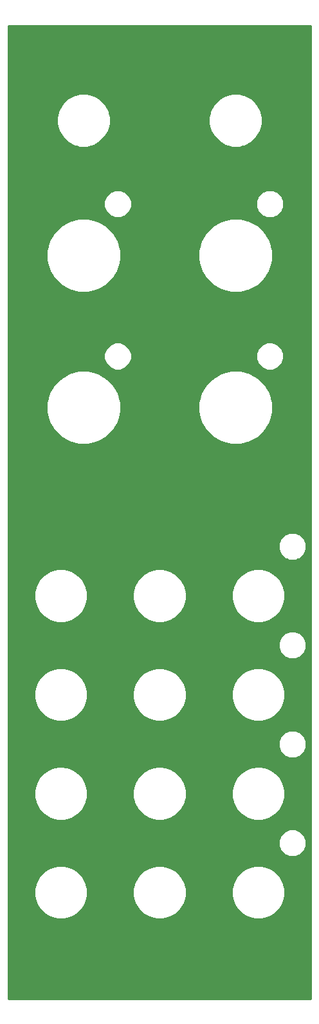
<source format=gbl>
G75*
%MOIN*%
%OFA0B0*%
%FSLAX24Y24*%
%IPPOS*%
%LPD*%
%AMOC8*
5,1,8,0,0,1.08239X$1,22.5*
%
%ADD10C,0.0100*%
%ADD11C,0.1660*%
D10*
X000260Y000260D02*
X015906Y000260D01*
X015906Y050631D01*
X000260Y050631D01*
X000260Y000260D01*
X000260Y000344D02*
X015906Y000344D01*
X015906Y000443D02*
X000260Y000443D01*
X000260Y000541D02*
X015906Y000541D01*
X015906Y000640D02*
X000260Y000640D01*
X000260Y000738D02*
X015906Y000738D01*
X015906Y000837D02*
X000260Y000837D01*
X000260Y000935D02*
X015906Y000935D01*
X015906Y001034D02*
X000260Y001034D01*
X000260Y001132D02*
X015906Y001132D01*
X015906Y001231D02*
X000260Y001231D01*
X000260Y001329D02*
X015906Y001329D01*
X015906Y001428D02*
X000260Y001428D01*
X000260Y001526D02*
X015906Y001526D01*
X015906Y001625D02*
X000260Y001625D01*
X000260Y001723D02*
X015906Y001723D01*
X015906Y001822D02*
X000260Y001822D01*
X000260Y001920D02*
X015906Y001920D01*
X015906Y002019D02*
X000260Y002019D01*
X000260Y002117D02*
X015906Y002117D01*
X015906Y002216D02*
X000260Y002216D01*
X000260Y002314D02*
X015906Y002314D01*
X015906Y002413D02*
X000260Y002413D01*
X000260Y002511D02*
X015906Y002511D01*
X015906Y002610D02*
X000260Y002610D01*
X000260Y002708D02*
X015906Y002708D01*
X015906Y002807D02*
X000260Y002807D01*
X000260Y002905D02*
X015906Y002905D01*
X015906Y003004D02*
X000260Y003004D01*
X000260Y003102D02*
X015906Y003102D01*
X015906Y003201D02*
X000260Y003201D01*
X000260Y003299D02*
X015906Y003299D01*
X015906Y003398D02*
X000260Y003398D01*
X000260Y003496D02*
X015906Y003496D01*
X015906Y003595D02*
X000260Y003595D01*
X000260Y003693D02*
X015906Y003693D01*
X015906Y003792D02*
X000260Y003792D01*
X000260Y003890D02*
X015906Y003890D01*
X015906Y003989D02*
X000260Y003989D01*
X000260Y004087D02*
X015906Y004087D01*
X015906Y004186D02*
X000260Y004186D01*
X000260Y004284D02*
X015906Y004284D01*
X015906Y004383D02*
X013430Y004383D01*
X013384Y004371D02*
X013738Y004465D01*
X014054Y004648D01*
X014313Y004907D01*
X014496Y005224D01*
X014591Y005577D01*
X014591Y005943D01*
X014496Y006297D01*
X014313Y006613D01*
X014054Y006872D01*
X013738Y007055D01*
X013384Y007150D01*
X013018Y007150D01*
X012665Y007055D01*
X012348Y006872D01*
X012089Y006613D01*
X011906Y006297D01*
X011812Y005943D01*
X011812Y005577D01*
X011906Y005224D01*
X012089Y004907D01*
X012348Y004648D01*
X012665Y004465D01*
X013018Y004371D01*
X013384Y004371D01*
X012973Y004383D02*
X008311Y004383D01*
X008266Y004371D02*
X008619Y004465D01*
X008936Y004648D01*
X009195Y004907D01*
X009378Y005224D01*
X009473Y005577D01*
X009473Y005943D01*
X009378Y006297D01*
X009195Y006613D01*
X008936Y006872D01*
X008619Y007055D01*
X008266Y007150D01*
X007900Y007150D01*
X007547Y007055D01*
X007230Y006872D01*
X006971Y006613D01*
X006788Y006297D01*
X006694Y005943D01*
X006694Y005577D01*
X006788Y005224D01*
X006971Y004907D01*
X007230Y004648D01*
X007547Y004465D01*
X007900Y004371D01*
X008266Y004371D01*
X008647Y004481D02*
X012637Y004481D01*
X012467Y004580D02*
X008818Y004580D01*
X008966Y004678D02*
X012318Y004678D01*
X012219Y004777D02*
X009065Y004777D01*
X009163Y004875D02*
X012121Y004875D01*
X012051Y004974D02*
X009234Y004974D01*
X009290Y005072D02*
X011994Y005072D01*
X011937Y005171D02*
X009347Y005171D01*
X009390Y005269D02*
X011894Y005269D01*
X011868Y005368D02*
X009416Y005368D01*
X009443Y005466D02*
X011841Y005466D01*
X011815Y005565D02*
X009469Y005565D01*
X009473Y005663D02*
X011812Y005663D01*
X011812Y005762D02*
X009473Y005762D01*
X009473Y005860D02*
X011812Y005860D01*
X011816Y005959D02*
X009468Y005959D01*
X009442Y006057D02*
X011842Y006057D01*
X011869Y006156D02*
X009416Y006156D01*
X009389Y006254D02*
X011895Y006254D01*
X011939Y006353D02*
X009345Y006353D01*
X009289Y006451D02*
X011996Y006451D01*
X012053Y006550D02*
X009232Y006550D01*
X009160Y006648D02*
X012124Y006648D01*
X012223Y006747D02*
X009062Y006747D01*
X008963Y006845D02*
X012321Y006845D01*
X012472Y006944D02*
X008812Y006944D01*
X008641Y007042D02*
X012643Y007042D01*
X012985Y007141D02*
X008299Y007141D01*
X007867Y007141D02*
X003181Y007141D01*
X003148Y007150D02*
X002782Y007150D01*
X002429Y007055D01*
X002112Y006872D01*
X001853Y006613D01*
X001670Y006297D01*
X001575Y005943D01*
X001575Y005577D01*
X001670Y005224D01*
X001853Y004907D01*
X002112Y004648D01*
X002429Y004465D01*
X002782Y004371D01*
X003148Y004371D01*
X003501Y004465D01*
X003818Y004648D01*
X004077Y004907D01*
X004260Y005224D01*
X004354Y005577D01*
X004354Y005943D01*
X004260Y006297D01*
X004077Y006613D01*
X003818Y006872D01*
X003501Y007055D01*
X003148Y007150D01*
X003523Y007042D02*
X007525Y007042D01*
X007354Y006944D02*
X003694Y006944D01*
X003845Y006845D02*
X007203Y006845D01*
X007105Y006747D02*
X003943Y006747D01*
X004042Y006648D02*
X007006Y006648D01*
X006934Y006550D02*
X004114Y006550D01*
X004170Y006451D02*
X006878Y006451D01*
X006821Y006353D02*
X004227Y006353D01*
X004271Y006254D02*
X006777Y006254D01*
X006751Y006156D02*
X004297Y006156D01*
X004324Y006057D02*
X006724Y006057D01*
X006698Y005959D02*
X004350Y005959D01*
X004354Y005860D02*
X006694Y005860D01*
X006694Y005762D02*
X004354Y005762D01*
X004354Y005663D02*
X006694Y005663D01*
X006697Y005565D02*
X004351Y005565D01*
X004325Y005466D02*
X006723Y005466D01*
X006750Y005368D02*
X004298Y005368D01*
X004272Y005269D02*
X006776Y005269D01*
X006819Y005171D02*
X004229Y005171D01*
X004172Y005072D02*
X006876Y005072D01*
X006933Y004974D02*
X004115Y004974D01*
X004045Y004875D02*
X007003Y004875D01*
X007101Y004777D02*
X003947Y004777D01*
X003848Y004678D02*
X007200Y004678D01*
X007348Y004580D02*
X003700Y004580D01*
X003529Y004481D02*
X007519Y004481D01*
X007855Y004383D02*
X003193Y004383D01*
X002737Y004383D02*
X000260Y004383D01*
X000260Y004481D02*
X002401Y004481D01*
X002230Y004580D02*
X000260Y004580D01*
X000260Y004678D02*
X002082Y004678D01*
X001983Y004777D02*
X000260Y004777D01*
X000260Y004875D02*
X001885Y004875D01*
X001814Y004974D02*
X000260Y004974D01*
X000260Y005072D02*
X001758Y005072D01*
X001701Y005171D02*
X000260Y005171D01*
X000260Y005269D02*
X001658Y005269D01*
X001632Y005368D02*
X000260Y005368D01*
X000260Y005466D02*
X001605Y005466D01*
X001579Y005565D02*
X000260Y005565D01*
X000260Y005663D02*
X001575Y005663D01*
X001575Y005762D02*
X000260Y005762D01*
X000260Y005860D02*
X001575Y005860D01*
X001580Y005959D02*
X000260Y005959D01*
X000260Y006057D02*
X001606Y006057D01*
X001632Y006156D02*
X000260Y006156D01*
X000260Y006254D02*
X001659Y006254D01*
X001703Y006353D02*
X000260Y006353D01*
X000260Y006451D02*
X001760Y006451D01*
X001816Y006550D02*
X000260Y006550D01*
X000260Y006648D02*
X001888Y006648D01*
X001987Y006747D02*
X000260Y006747D01*
X000260Y006845D02*
X002085Y006845D01*
X002236Y006944D02*
X000260Y006944D01*
X000260Y007042D02*
X002407Y007042D01*
X002749Y007141D02*
X000260Y007141D01*
X000260Y007239D02*
X015906Y007239D01*
X015906Y007141D02*
X013417Y007141D01*
X013759Y007042D02*
X015906Y007042D01*
X015906Y006944D02*
X013930Y006944D01*
X014081Y006845D02*
X015906Y006845D01*
X015906Y006747D02*
X014180Y006747D01*
X014278Y006648D02*
X015906Y006648D01*
X015906Y006550D02*
X014350Y006550D01*
X014407Y006451D02*
X015906Y006451D01*
X015906Y006353D02*
X014464Y006353D01*
X014507Y006254D02*
X015906Y006254D01*
X015906Y006156D02*
X014534Y006156D01*
X014560Y006057D02*
X015906Y006057D01*
X015906Y005959D02*
X014586Y005959D01*
X014591Y005860D02*
X015906Y005860D01*
X015906Y005762D02*
X014591Y005762D01*
X014591Y005663D02*
X015906Y005663D01*
X015906Y005565D02*
X014587Y005565D01*
X014561Y005466D02*
X015906Y005466D01*
X015906Y005368D02*
X014535Y005368D01*
X014508Y005269D02*
X015906Y005269D01*
X015906Y005171D02*
X014465Y005171D01*
X014409Y005072D02*
X015906Y005072D01*
X015906Y004974D02*
X014352Y004974D01*
X014281Y004875D02*
X015906Y004875D01*
X015906Y004777D02*
X014183Y004777D01*
X014084Y004678D02*
X015906Y004678D01*
X015906Y004580D02*
X013936Y004580D01*
X013765Y004481D02*
X015906Y004481D01*
X015906Y007338D02*
X000260Y007338D01*
X000260Y007436D02*
X015906Y007436D01*
X015906Y007535D02*
X000260Y007535D01*
X000260Y007633D02*
X014747Y007633D01*
X014830Y007599D02*
X015116Y007599D01*
X015381Y007709D01*
X015583Y007911D01*
X015693Y008176D01*
X015693Y008463D01*
X015583Y008727D01*
X015381Y008930D01*
X015116Y009040D01*
X014830Y009040D01*
X014565Y008930D01*
X014362Y008727D01*
X014253Y008463D01*
X014253Y008176D01*
X014362Y007911D01*
X014565Y007709D01*
X014830Y007599D01*
X014542Y007732D02*
X000260Y007732D01*
X000260Y007830D02*
X014443Y007830D01*
X014355Y007929D02*
X000260Y007929D01*
X000260Y008027D02*
X014314Y008027D01*
X014273Y008126D02*
X000260Y008126D01*
X000260Y008224D02*
X014253Y008224D01*
X014253Y008323D02*
X000260Y008323D01*
X000260Y008421D02*
X014253Y008421D01*
X014276Y008520D02*
X000260Y008520D01*
X000260Y008618D02*
X014317Y008618D01*
X014358Y008717D02*
X000260Y008717D01*
X000260Y008815D02*
X014450Y008815D01*
X014549Y008914D02*
X000260Y008914D01*
X000260Y009012D02*
X014764Y009012D01*
X015182Y009012D02*
X015906Y009012D01*
X015906Y008914D02*
X015397Y008914D01*
X015495Y008815D02*
X015906Y008815D01*
X015906Y008717D02*
X015588Y008717D01*
X015629Y008618D02*
X015906Y008618D01*
X015906Y008520D02*
X015669Y008520D01*
X015693Y008421D02*
X015906Y008421D01*
X015906Y008323D02*
X015693Y008323D01*
X015693Y008224D02*
X015906Y008224D01*
X015906Y008126D02*
X015672Y008126D01*
X015632Y008027D02*
X015906Y008027D01*
X015906Y007929D02*
X015591Y007929D01*
X015503Y007830D02*
X015906Y007830D01*
X015906Y007732D02*
X015404Y007732D01*
X015199Y007633D02*
X015906Y007633D01*
X015906Y009111D02*
X000260Y009111D01*
X000260Y009209D02*
X015906Y009209D01*
X015906Y009308D02*
X000260Y009308D01*
X000260Y009406D02*
X015906Y009406D01*
X015906Y009505D02*
X013444Y009505D01*
X013384Y009489D02*
X013738Y009584D01*
X014054Y009766D01*
X014313Y010025D01*
X014496Y010342D01*
X014591Y010695D01*
X014591Y011061D01*
X014496Y011415D01*
X014313Y011732D01*
X014054Y011990D01*
X013738Y012173D01*
X013384Y012268D01*
X013018Y012268D01*
X012665Y012173D01*
X012348Y011990D01*
X012089Y011732D01*
X011906Y011415D01*
X011812Y011061D01*
X011812Y010695D01*
X011906Y010342D01*
X012089Y010025D01*
X012348Y009766D01*
X012665Y009584D01*
X013018Y009489D01*
X013384Y009489D01*
X012958Y009505D02*
X008326Y009505D01*
X008266Y009489D02*
X008619Y009584D01*
X008936Y009766D01*
X009195Y010025D01*
X009378Y010342D01*
X009473Y010695D01*
X009473Y011061D01*
X009378Y011415D01*
X009195Y011732D01*
X008936Y011990D01*
X008619Y012173D01*
X008266Y012268D01*
X007900Y012268D01*
X007547Y012173D01*
X007230Y011990D01*
X006971Y011732D01*
X006788Y011415D01*
X006694Y011061D01*
X006694Y010695D01*
X006788Y010342D01*
X006971Y010025D01*
X007230Y009766D01*
X007547Y009584D01*
X007900Y009489D01*
X008266Y009489D01*
X008654Y009603D02*
X012630Y009603D01*
X012460Y009702D02*
X008824Y009702D01*
X008970Y009800D02*
X012314Y009800D01*
X012216Y009899D02*
X009069Y009899D01*
X009167Y009997D02*
X012117Y009997D01*
X012048Y010096D02*
X009236Y010096D01*
X009293Y010194D02*
X011992Y010194D01*
X011935Y010293D02*
X009350Y010293D01*
X009391Y010391D02*
X011893Y010391D01*
X011867Y010490D02*
X009418Y010490D01*
X009444Y010588D02*
X011840Y010588D01*
X011814Y010687D02*
X009470Y010687D01*
X009473Y010785D02*
X011812Y010785D01*
X011812Y010884D02*
X009473Y010884D01*
X009473Y010982D02*
X011812Y010982D01*
X011817Y011081D02*
X009467Y011081D01*
X009441Y011179D02*
X011843Y011179D01*
X011870Y011278D02*
X009415Y011278D01*
X009388Y011376D02*
X011896Y011376D01*
X011941Y011475D02*
X009343Y011475D01*
X009286Y011573D02*
X011998Y011573D01*
X012055Y011672D02*
X009229Y011672D01*
X009156Y011770D02*
X012128Y011770D01*
X012227Y011869D02*
X009058Y011869D01*
X008959Y011967D02*
X012325Y011967D01*
X012479Y012066D02*
X008805Y012066D01*
X008635Y012164D02*
X012650Y012164D01*
X013000Y012263D02*
X008285Y012263D01*
X007882Y012263D02*
X003166Y012263D01*
X003148Y012268D02*
X002782Y012268D01*
X002429Y012173D01*
X002112Y011990D01*
X001853Y011732D01*
X001670Y011415D01*
X001575Y011061D01*
X001575Y010695D01*
X001670Y010342D01*
X001853Y010025D01*
X002112Y009766D01*
X002429Y009584D01*
X002782Y009489D01*
X003148Y009489D01*
X003501Y009584D01*
X003818Y009766D01*
X004077Y010025D01*
X004260Y010342D01*
X004354Y010695D01*
X004354Y011061D01*
X004260Y011415D01*
X004077Y011732D01*
X003818Y011990D01*
X003501Y012173D01*
X003148Y012268D01*
X003516Y012164D02*
X007532Y012164D01*
X007361Y012066D02*
X003687Y012066D01*
X003841Y011967D02*
X007207Y011967D01*
X007109Y011869D02*
X003939Y011869D01*
X004038Y011770D02*
X007010Y011770D01*
X006937Y011672D02*
X004111Y011672D01*
X004168Y011573D02*
X006880Y011573D01*
X006823Y011475D02*
X004225Y011475D01*
X004270Y011376D02*
X006778Y011376D01*
X006752Y011278D02*
X004296Y011278D01*
X004323Y011179D02*
X006725Y011179D01*
X006699Y011081D02*
X004349Y011081D01*
X004354Y010982D02*
X006694Y010982D01*
X006694Y010884D02*
X004354Y010884D01*
X004354Y010785D02*
X006694Y010785D01*
X006696Y010687D02*
X004352Y010687D01*
X004326Y010588D02*
X006722Y010588D01*
X006749Y010490D02*
X004299Y010490D01*
X004273Y010391D02*
X006775Y010391D01*
X006817Y010293D02*
X004231Y010293D01*
X004175Y010194D02*
X006873Y010194D01*
X006930Y010096D02*
X004118Y010096D01*
X004049Y009997D02*
X006999Y009997D01*
X007097Y009899D02*
X003951Y009899D01*
X003852Y009800D02*
X007196Y009800D01*
X007342Y009702D02*
X003706Y009702D01*
X003536Y009603D02*
X007512Y009603D01*
X007840Y009505D02*
X003208Y009505D01*
X002722Y009505D02*
X000260Y009505D01*
X000260Y009603D02*
X002394Y009603D01*
X002224Y009702D02*
X000260Y009702D01*
X000260Y009800D02*
X002078Y009800D01*
X001979Y009899D02*
X000260Y009899D01*
X000260Y009997D02*
X001881Y009997D01*
X001812Y010096D02*
X000260Y010096D01*
X000260Y010194D02*
X001755Y010194D01*
X001698Y010293D02*
X000260Y010293D01*
X000260Y010391D02*
X001657Y010391D01*
X001630Y010490D02*
X000260Y010490D01*
X000260Y010588D02*
X001604Y010588D01*
X001578Y010687D02*
X000260Y010687D01*
X000260Y010785D02*
X001575Y010785D01*
X001575Y010884D02*
X000260Y010884D01*
X000260Y010982D02*
X001575Y010982D01*
X001581Y011081D02*
X000260Y011081D01*
X000260Y011179D02*
X001607Y011179D01*
X001633Y011278D02*
X000260Y011278D01*
X000260Y011376D02*
X001660Y011376D01*
X001705Y011475D02*
X000260Y011475D01*
X000260Y011573D02*
X001762Y011573D01*
X001819Y011672D02*
X000260Y011672D01*
X000260Y011770D02*
X001892Y011770D01*
X001990Y011869D02*
X000260Y011869D01*
X000260Y011967D02*
X002089Y011967D01*
X002243Y012066D02*
X000260Y012066D01*
X000260Y012164D02*
X002413Y012164D01*
X002763Y012263D02*
X000260Y012263D01*
X000260Y012361D02*
X015906Y012361D01*
X015906Y012263D02*
X013403Y012263D01*
X013753Y012164D02*
X015906Y012164D01*
X015906Y012066D02*
X013923Y012066D01*
X014077Y011967D02*
X015906Y011967D01*
X015906Y011869D02*
X014176Y011869D01*
X014274Y011770D02*
X015906Y011770D01*
X015906Y011672D02*
X014348Y011672D01*
X014404Y011573D02*
X015906Y011573D01*
X015906Y011475D02*
X014461Y011475D01*
X014506Y011376D02*
X015906Y011376D01*
X015906Y011278D02*
X014533Y011278D01*
X014559Y011179D02*
X015906Y011179D01*
X015906Y011081D02*
X014585Y011081D01*
X014591Y010982D02*
X015906Y010982D01*
X015906Y010884D02*
X014591Y010884D01*
X014591Y010785D02*
X015906Y010785D01*
X015906Y010687D02*
X014588Y010687D01*
X014562Y010588D02*
X015906Y010588D01*
X015906Y010490D02*
X014536Y010490D01*
X014509Y010391D02*
X015906Y010391D01*
X015906Y010293D02*
X014468Y010293D01*
X014411Y010194D02*
X015906Y010194D01*
X015906Y010096D02*
X014354Y010096D01*
X014285Y009997D02*
X015906Y009997D01*
X015906Y009899D02*
X014187Y009899D01*
X014088Y009800D02*
X015906Y009800D01*
X015906Y009702D02*
X013943Y009702D01*
X013772Y009603D02*
X015906Y009603D01*
X015906Y012460D02*
X000260Y012460D01*
X000260Y012558D02*
X015906Y012558D01*
X015906Y012657D02*
X000260Y012657D01*
X000260Y012755D02*
X014737Y012755D01*
X014830Y012717D02*
X015116Y012717D01*
X015381Y012827D01*
X015583Y013029D01*
X015693Y013294D01*
X015693Y013581D01*
X015583Y013845D01*
X015381Y014048D01*
X015116Y014158D01*
X014830Y014158D01*
X014565Y014048D01*
X014362Y013845D01*
X014253Y013581D01*
X014253Y013294D01*
X014362Y013029D01*
X014565Y012827D01*
X014830Y012717D01*
X014538Y012854D02*
X000260Y012854D01*
X000260Y012952D02*
X014439Y012952D01*
X014353Y013051D02*
X000260Y013051D01*
X000260Y013149D02*
X014313Y013149D01*
X014272Y013248D02*
X000260Y013248D01*
X000260Y013346D02*
X014253Y013346D01*
X014253Y013445D02*
X000260Y013445D01*
X000260Y013543D02*
X014253Y013543D01*
X014278Y013642D02*
X000260Y013642D01*
X000260Y013740D02*
X014319Y013740D01*
X014360Y013839D02*
X000260Y013839D01*
X000260Y013937D02*
X014454Y013937D01*
X014553Y014036D02*
X000260Y014036D01*
X000260Y014134D02*
X014773Y014134D01*
X015172Y014134D02*
X015906Y014134D01*
X015906Y014036D02*
X015393Y014036D01*
X015491Y013937D02*
X015906Y013937D01*
X015906Y013839D02*
X015586Y013839D01*
X015627Y013740D02*
X015906Y013740D01*
X015906Y013642D02*
X015668Y013642D01*
X015693Y013543D02*
X015906Y013543D01*
X015906Y013445D02*
X015693Y013445D01*
X015693Y013346D02*
X015906Y013346D01*
X015906Y013248D02*
X015674Y013248D01*
X015633Y013149D02*
X015906Y013149D01*
X015906Y013051D02*
X015592Y013051D01*
X015506Y012952D02*
X015906Y012952D01*
X015906Y012854D02*
X015408Y012854D01*
X015208Y012755D02*
X015906Y012755D01*
X015906Y014233D02*
X000260Y014233D01*
X000260Y014331D02*
X015906Y014331D01*
X015906Y014430D02*
X000260Y014430D01*
X000260Y014528D02*
X015906Y014528D01*
X015906Y014627D02*
X013459Y014627D01*
X013384Y014607D02*
X013738Y014702D01*
X014054Y014885D01*
X014313Y015143D01*
X014496Y015460D01*
X014591Y015814D01*
X014591Y016179D01*
X014496Y016533D01*
X014313Y016850D01*
X014054Y017108D01*
X013738Y017291D01*
X013384Y017386D01*
X013018Y017386D01*
X012665Y017291D01*
X012348Y017108D01*
X012089Y016850D01*
X011906Y016533D01*
X011812Y016179D01*
X011812Y015814D01*
X011906Y015460D01*
X012089Y015143D01*
X012348Y014885D01*
X012665Y014702D01*
X013018Y014607D01*
X013384Y014607D01*
X012944Y014627D02*
X008341Y014627D01*
X008266Y014607D02*
X008619Y014702D01*
X008936Y014885D01*
X009195Y015143D01*
X009378Y015460D01*
X009473Y015814D01*
X009473Y016179D01*
X009378Y016533D01*
X009195Y016850D01*
X008936Y017108D01*
X008619Y017291D01*
X008266Y017386D01*
X007900Y017386D01*
X007547Y017291D01*
X007230Y017108D01*
X006971Y016850D01*
X006788Y016533D01*
X006694Y016179D01*
X006694Y015814D01*
X006788Y015460D01*
X006971Y015143D01*
X007230Y014885D01*
X007547Y014702D01*
X007900Y014607D01*
X008266Y014607D01*
X008661Y014725D02*
X012624Y014725D01*
X012453Y014824D02*
X008831Y014824D01*
X008974Y014922D02*
X012310Y014922D01*
X012212Y015021D02*
X009073Y015021D01*
X009171Y015119D02*
X012113Y015119D01*
X012046Y015218D02*
X009238Y015218D01*
X009295Y015316D02*
X011989Y015316D01*
X011932Y015415D02*
X009352Y015415D01*
X009392Y015513D02*
X011892Y015513D01*
X011866Y015612D02*
X009419Y015612D01*
X009445Y015710D02*
X011839Y015710D01*
X011813Y015809D02*
X009471Y015809D01*
X009473Y015907D02*
X011812Y015907D01*
X011812Y016006D02*
X009473Y016006D01*
X009473Y016104D02*
X011812Y016104D01*
X011818Y016203D02*
X009466Y016203D01*
X009440Y016301D02*
X011844Y016301D01*
X011871Y016400D02*
X009414Y016400D01*
X009387Y016498D02*
X011897Y016498D01*
X011943Y016597D02*
X009341Y016597D01*
X009284Y016695D02*
X012000Y016695D01*
X012057Y016794D02*
X009227Y016794D01*
X009152Y016892D02*
X012132Y016892D01*
X012231Y016991D02*
X009054Y016991D01*
X008955Y017089D02*
X012329Y017089D01*
X012486Y017188D02*
X008798Y017188D01*
X008628Y017286D02*
X012656Y017286D01*
X013014Y017385D02*
X008270Y017385D01*
X007896Y017385D02*
X003152Y017385D01*
X003148Y017386D02*
X002782Y017386D01*
X002429Y017291D01*
X002112Y017108D01*
X001853Y016850D01*
X001670Y016533D01*
X001575Y016179D01*
X001575Y015814D01*
X001670Y015460D01*
X001853Y015143D01*
X002112Y014885D01*
X002429Y014702D01*
X002782Y014607D01*
X003148Y014607D01*
X003501Y014702D01*
X003818Y014885D01*
X004077Y015143D01*
X004260Y015460D01*
X004354Y015814D01*
X004354Y016179D01*
X004260Y016533D01*
X004077Y016850D01*
X003818Y017108D01*
X003501Y017291D01*
X003148Y017386D01*
X002778Y017385D02*
X000260Y017385D01*
X000260Y017483D02*
X015906Y017483D01*
X015906Y017385D02*
X013388Y017385D01*
X013746Y017286D02*
X015906Y017286D01*
X015906Y017188D02*
X013917Y017188D01*
X014073Y017089D02*
X015906Y017089D01*
X015906Y016991D02*
X014172Y016991D01*
X014270Y016892D02*
X015906Y016892D01*
X015906Y016794D02*
X014345Y016794D01*
X014402Y016695D02*
X015906Y016695D01*
X015906Y016597D02*
X014459Y016597D01*
X014505Y016498D02*
X015906Y016498D01*
X015906Y016400D02*
X014532Y016400D01*
X014558Y016301D02*
X015906Y016301D01*
X015906Y016203D02*
X014584Y016203D01*
X014591Y016104D02*
X015906Y016104D01*
X015906Y016006D02*
X014591Y016006D01*
X014591Y015907D02*
X015906Y015907D01*
X015906Y015809D02*
X014589Y015809D01*
X014563Y015710D02*
X015906Y015710D01*
X015906Y015612D02*
X014537Y015612D01*
X014510Y015513D02*
X015906Y015513D01*
X015906Y015415D02*
X014470Y015415D01*
X014413Y015316D02*
X015906Y015316D01*
X015906Y015218D02*
X014356Y015218D01*
X014289Y015119D02*
X015906Y015119D01*
X015906Y015021D02*
X014191Y015021D01*
X014092Y014922D02*
X015906Y014922D01*
X015906Y014824D02*
X013949Y014824D01*
X013779Y014725D02*
X015906Y014725D01*
X015906Y017582D02*
X000260Y017582D01*
X000260Y017680D02*
X015906Y017680D01*
X015906Y017779D02*
X000260Y017779D01*
X000260Y017877D02*
X014728Y017877D01*
X014830Y017835D02*
X015116Y017835D01*
X015381Y017945D01*
X015583Y018148D01*
X015693Y018412D01*
X015693Y018699D01*
X015583Y018963D01*
X015381Y019166D01*
X015116Y019276D01*
X014830Y019276D01*
X014565Y019166D01*
X014362Y018963D01*
X014253Y018699D01*
X014253Y018412D01*
X014362Y018148D01*
X014565Y017945D01*
X014830Y017835D01*
X014534Y017976D02*
X000260Y017976D01*
X000260Y018074D02*
X014435Y018074D01*
X014352Y018173D02*
X000260Y018173D01*
X000260Y018271D02*
X014311Y018271D01*
X014270Y018370D02*
X000260Y018370D01*
X000260Y018468D02*
X014253Y018468D01*
X014253Y018567D02*
X000260Y018567D01*
X000260Y018665D02*
X014253Y018665D01*
X014280Y018764D02*
X000260Y018764D01*
X000260Y018862D02*
X014320Y018862D01*
X014361Y018961D02*
X000260Y018961D01*
X000260Y019059D02*
X014458Y019059D01*
X014557Y019158D02*
X000260Y019158D01*
X000260Y019256D02*
X014783Y019256D01*
X015163Y019256D02*
X015906Y019256D01*
X015906Y019158D02*
X015389Y019158D01*
X015487Y019059D02*
X015906Y019059D01*
X015906Y018961D02*
X015584Y018961D01*
X015625Y018862D02*
X015906Y018862D01*
X015906Y018764D02*
X015666Y018764D01*
X015693Y018665D02*
X015906Y018665D01*
X015906Y018567D02*
X015693Y018567D01*
X015693Y018468D02*
X015906Y018468D01*
X015906Y018370D02*
X015676Y018370D01*
X015635Y018271D02*
X015906Y018271D01*
X015906Y018173D02*
X015594Y018173D01*
X015510Y018074D02*
X015906Y018074D01*
X015906Y017976D02*
X015412Y017976D01*
X015218Y017877D02*
X015906Y017877D01*
X015906Y019355D02*
X000260Y019355D01*
X000260Y019453D02*
X015906Y019453D01*
X015906Y019552D02*
X000260Y019552D01*
X000260Y019650D02*
X015906Y019650D01*
X015906Y019749D02*
X013473Y019749D01*
X013384Y019725D02*
X013738Y019820D01*
X014054Y020003D01*
X014313Y020261D01*
X014496Y020578D01*
X014591Y020932D01*
X014591Y021298D01*
X014496Y021651D01*
X014313Y021968D01*
X014054Y022226D01*
X013738Y022409D01*
X013384Y022504D01*
X013018Y022504D01*
X012665Y022409D01*
X012348Y022226D01*
X012089Y021968D01*
X011906Y021651D01*
X011812Y021298D01*
X011812Y020932D01*
X011906Y020578D01*
X012089Y020261D01*
X012348Y020003D01*
X012665Y019820D01*
X013018Y019725D01*
X013384Y019725D01*
X013785Y019847D02*
X015906Y019847D01*
X015906Y019946D02*
X013956Y019946D01*
X014096Y020044D02*
X015906Y020044D01*
X015906Y020143D02*
X014195Y020143D01*
X014293Y020241D02*
X015906Y020241D01*
X015906Y020340D02*
X014358Y020340D01*
X014415Y020438D02*
X015906Y020438D01*
X015906Y020537D02*
X014472Y020537D01*
X014511Y020635D02*
X015906Y020635D01*
X015906Y020734D02*
X014538Y020734D01*
X014564Y020832D02*
X015906Y020832D01*
X015906Y020931D02*
X014591Y020931D01*
X014591Y021029D02*
X015906Y021029D01*
X015906Y021128D02*
X014591Y021128D01*
X014591Y021226D02*
X015906Y021226D01*
X015906Y021325D02*
X014583Y021325D01*
X014557Y021423D02*
X015906Y021423D01*
X015906Y021522D02*
X014531Y021522D01*
X014504Y021620D02*
X015906Y021620D01*
X015906Y021719D02*
X014457Y021719D01*
X014400Y021817D02*
X015906Y021817D01*
X015906Y021916D02*
X014343Y021916D01*
X014266Y022014D02*
X015906Y022014D01*
X015906Y022113D02*
X014168Y022113D01*
X014069Y022211D02*
X015906Y022211D01*
X015906Y022310D02*
X013910Y022310D01*
X013739Y022408D02*
X015906Y022408D01*
X015906Y022507D02*
X000260Y022507D01*
X000260Y022605D02*
X015906Y022605D01*
X015906Y022704D02*
X000260Y022704D01*
X000260Y022802D02*
X015906Y022802D01*
X015906Y022901D02*
X000260Y022901D01*
X000260Y022999D02*
X014718Y022999D01*
X014830Y022953D02*
X015116Y022953D01*
X015381Y023063D01*
X015583Y023266D01*
X015693Y023530D01*
X015693Y023817D01*
X015583Y024082D01*
X015381Y024284D01*
X015116Y024394D01*
X014830Y024394D01*
X014565Y024284D01*
X014362Y024082D01*
X014253Y023817D01*
X014253Y023530D01*
X014362Y023266D01*
X014565Y023063D01*
X014830Y022953D01*
X014530Y023098D02*
X000260Y023098D01*
X000260Y023196D02*
X014431Y023196D01*
X014350Y023295D02*
X000260Y023295D01*
X000260Y023393D02*
X014309Y023393D01*
X014269Y023492D02*
X000260Y023492D01*
X000260Y023590D02*
X014253Y023590D01*
X014253Y023689D02*
X000260Y023689D01*
X000260Y023787D02*
X014253Y023787D01*
X014281Y023886D02*
X000260Y023886D01*
X000260Y023984D02*
X014322Y023984D01*
X014364Y024083D02*
X000260Y024083D01*
X000260Y024181D02*
X014462Y024181D01*
X014561Y024280D02*
X000260Y024280D01*
X000260Y024378D02*
X014792Y024378D01*
X015153Y024378D02*
X015906Y024378D01*
X015906Y024280D02*
X015385Y024280D01*
X015484Y024181D02*
X015906Y024181D01*
X015906Y024083D02*
X015582Y024083D01*
X015624Y023984D02*
X015906Y023984D01*
X015906Y023886D02*
X015664Y023886D01*
X015693Y023787D02*
X015906Y023787D01*
X015906Y023689D02*
X015693Y023689D01*
X015693Y023590D02*
X015906Y023590D01*
X015906Y023492D02*
X015677Y023492D01*
X015636Y023393D02*
X015906Y023393D01*
X015906Y023295D02*
X015596Y023295D01*
X015514Y023196D02*
X015906Y023196D01*
X015906Y023098D02*
X015416Y023098D01*
X015227Y022999D02*
X015906Y022999D01*
X015906Y024477D02*
X000260Y024477D01*
X000260Y024575D02*
X015906Y024575D01*
X015906Y024674D02*
X000260Y024674D01*
X000260Y024772D02*
X015906Y024772D01*
X015906Y024871D02*
X000260Y024871D01*
X000260Y024969D02*
X015906Y024969D01*
X015906Y025068D02*
X000260Y025068D01*
X000260Y025166D02*
X015906Y025166D01*
X015906Y025265D02*
X000260Y025265D01*
X000260Y025363D02*
X015906Y025363D01*
X015906Y025462D02*
X000260Y025462D01*
X000260Y025560D02*
X015906Y025560D01*
X015906Y025659D02*
X000260Y025659D01*
X000260Y025757D02*
X015906Y025757D01*
X015906Y025856D02*
X000260Y025856D01*
X000260Y025954D02*
X015906Y025954D01*
X015906Y026053D02*
X000260Y026053D01*
X000260Y026151D02*
X015906Y026151D01*
X015906Y026250D02*
X000260Y026250D01*
X000260Y026348D02*
X015906Y026348D01*
X015906Y026447D02*
X000260Y026447D01*
X000260Y026545D02*
X015906Y026545D01*
X015906Y026644D02*
X000260Y026644D01*
X000260Y026742D02*
X015906Y026742D01*
X015906Y026841D02*
X000260Y026841D01*
X000260Y026939D02*
X015906Y026939D01*
X015906Y027038D02*
X000260Y027038D01*
X000260Y027136D02*
X015906Y027136D01*
X015906Y027235D02*
X000260Y027235D01*
X000260Y027333D02*
X015906Y027333D01*
X015906Y027432D02*
X000260Y027432D01*
X000260Y027530D02*
X015906Y027530D01*
X015906Y027629D02*
X000260Y027629D01*
X000260Y027727D02*
X015906Y027727D01*
X015906Y027826D02*
X000260Y027826D01*
X000260Y027924D02*
X015906Y027924D01*
X015906Y028023D02*
X000260Y028023D01*
X000260Y028121D02*
X015906Y028121D01*
X015906Y028220D02*
X000260Y028220D01*
X000260Y028318D02*
X015906Y028318D01*
X015906Y028417D02*
X000260Y028417D01*
X000260Y028515D02*
X015906Y028515D01*
X015906Y028614D02*
X000260Y028614D01*
X000260Y028712D02*
X015906Y028712D01*
X015906Y028811D02*
X000260Y028811D01*
X000260Y028909D02*
X015906Y028909D01*
X015906Y029008D02*
X012535Y029008D01*
X012762Y029069D02*
X013200Y029321D01*
X013557Y029679D01*
X013810Y030117D01*
X013941Y030606D01*
X013941Y031112D01*
X013810Y031600D01*
X013557Y032038D01*
X013200Y032396D01*
X012762Y032649D01*
X012273Y032780D01*
X011767Y032780D01*
X011279Y032649D01*
X010841Y032396D01*
X010483Y032038D01*
X010230Y031600D01*
X010099Y031112D01*
X010099Y030606D01*
X010230Y030117D01*
X010483Y029679D01*
X010841Y029321D01*
X011279Y029069D01*
X011767Y028938D01*
X012273Y028938D01*
X012762Y029069D01*
X012827Y029106D02*
X015906Y029106D01*
X015906Y029205D02*
X012998Y029205D01*
X013168Y029303D02*
X015906Y029303D01*
X015906Y029402D02*
X013280Y029402D01*
X013379Y029500D02*
X015906Y029500D01*
X015906Y029599D02*
X013477Y029599D01*
X013568Y029697D02*
X015906Y029697D01*
X015906Y029796D02*
X013625Y029796D01*
X013682Y029894D02*
X015906Y029894D01*
X015906Y029993D02*
X013738Y029993D01*
X013795Y030091D02*
X015906Y030091D01*
X015906Y030190D02*
X013830Y030190D01*
X013856Y030288D02*
X015906Y030288D01*
X015906Y030387D02*
X013882Y030387D01*
X013909Y030485D02*
X015906Y030485D01*
X015906Y030584D02*
X013935Y030584D01*
X013941Y030682D02*
X015906Y030682D01*
X015906Y030781D02*
X013941Y030781D01*
X013941Y030879D02*
X015906Y030879D01*
X015906Y030978D02*
X013941Y030978D01*
X013941Y031076D02*
X015906Y031076D01*
X015906Y031175D02*
X013924Y031175D01*
X013898Y031273D02*
X015906Y031273D01*
X015906Y031372D02*
X013871Y031372D01*
X013845Y031470D02*
X015906Y031470D01*
X015906Y031569D02*
X013819Y031569D01*
X013771Y031667D02*
X015906Y031667D01*
X015906Y031766D02*
X013714Y031766D01*
X013658Y031864D02*
X015906Y031864D01*
X015906Y031963D02*
X013601Y031963D01*
X013534Y032061D02*
X015906Y032061D01*
X015906Y032160D02*
X013436Y032160D01*
X013337Y032258D02*
X015906Y032258D01*
X015906Y032357D02*
X013239Y032357D01*
X013096Y032455D02*
X015906Y032455D01*
X015906Y032554D02*
X012926Y032554D01*
X012748Y032652D02*
X015906Y032652D01*
X015906Y032751D02*
X012380Y032751D01*
X011660Y032751D02*
X004506Y032751D01*
X004399Y032780D02*
X003893Y032780D01*
X003405Y032649D01*
X002967Y032396D01*
X002609Y032038D01*
X002356Y031600D01*
X002225Y031112D01*
X002225Y030606D01*
X002356Y030117D01*
X002609Y029679D01*
X002967Y029321D01*
X003405Y029069D01*
X003893Y028938D01*
X004399Y028938D01*
X004888Y029069D01*
X005326Y029321D01*
X005683Y029679D01*
X005936Y030117D01*
X006067Y030606D01*
X006067Y031112D01*
X005936Y031600D01*
X005683Y032038D01*
X005326Y032396D01*
X004888Y032649D01*
X004399Y032780D01*
X004874Y032652D02*
X011292Y032652D01*
X011114Y032554D02*
X005052Y032554D01*
X005222Y032455D02*
X010944Y032455D01*
X010802Y032357D02*
X005365Y032357D01*
X005463Y032258D02*
X010703Y032258D01*
X010605Y032160D02*
X005562Y032160D01*
X005660Y032061D02*
X010506Y032061D01*
X010439Y031963D02*
X005727Y031963D01*
X005784Y031864D02*
X010383Y031864D01*
X010326Y031766D02*
X005840Y031766D01*
X005897Y031667D02*
X010269Y031667D01*
X010222Y031569D02*
X005945Y031569D01*
X005971Y031470D02*
X010195Y031470D01*
X010169Y031372D02*
X005997Y031372D01*
X006024Y031273D02*
X010142Y031273D01*
X010116Y031175D02*
X006050Y031175D01*
X006067Y031076D02*
X010099Y031076D01*
X010099Y030978D02*
X006067Y030978D01*
X006067Y030879D02*
X010099Y030879D01*
X010099Y030781D02*
X006067Y030781D01*
X006067Y030682D02*
X010099Y030682D01*
X010105Y030584D02*
X006061Y030584D01*
X006035Y030485D02*
X010131Y030485D01*
X010158Y030387D02*
X006008Y030387D01*
X005982Y030288D02*
X010184Y030288D01*
X010210Y030190D02*
X005956Y030190D01*
X005921Y030091D02*
X010245Y030091D01*
X010302Y029993D02*
X005864Y029993D01*
X005808Y029894D02*
X010359Y029894D01*
X010415Y029796D02*
X005751Y029796D01*
X005694Y029697D02*
X010472Y029697D01*
X010563Y029599D02*
X005603Y029599D01*
X005505Y029500D02*
X010662Y029500D01*
X010760Y029402D02*
X005406Y029402D01*
X005294Y029303D02*
X010872Y029303D01*
X011042Y029205D02*
X005124Y029205D01*
X004953Y029106D02*
X011213Y029106D01*
X011505Y029008D02*
X004661Y029008D01*
X003631Y029008D02*
X000260Y029008D01*
X000260Y029106D02*
X003339Y029106D01*
X003168Y029205D02*
X000260Y029205D01*
X000260Y029303D02*
X002998Y029303D01*
X002886Y029402D02*
X000260Y029402D01*
X000260Y029500D02*
X002788Y029500D01*
X002689Y029599D02*
X000260Y029599D01*
X000260Y029697D02*
X002598Y029697D01*
X002541Y029796D02*
X000260Y029796D01*
X000260Y029894D02*
X002485Y029894D01*
X002428Y029993D02*
X000260Y029993D01*
X000260Y030091D02*
X002371Y030091D01*
X002336Y030190D02*
X000260Y030190D01*
X000260Y030288D02*
X002310Y030288D01*
X002284Y030387D02*
X000260Y030387D01*
X000260Y030485D02*
X002257Y030485D01*
X002231Y030584D02*
X000260Y030584D01*
X000260Y030682D02*
X002225Y030682D01*
X002225Y030781D02*
X000260Y030781D01*
X000260Y030879D02*
X002225Y030879D01*
X002225Y030978D02*
X000260Y030978D01*
X000260Y031076D02*
X002225Y031076D01*
X002242Y031175D02*
X000260Y031175D01*
X000260Y031273D02*
X002268Y031273D01*
X002295Y031372D02*
X000260Y031372D01*
X000260Y031470D02*
X002321Y031470D01*
X002348Y031569D02*
X000260Y031569D01*
X000260Y031667D02*
X002395Y031667D01*
X002452Y031766D02*
X000260Y031766D01*
X000260Y031864D02*
X002509Y031864D01*
X002565Y031963D02*
X000260Y031963D01*
X000260Y032061D02*
X002632Y032061D01*
X002731Y032160D02*
X000260Y032160D01*
X000260Y032258D02*
X002829Y032258D01*
X002928Y032357D02*
X000260Y032357D01*
X000260Y032455D02*
X003070Y032455D01*
X003240Y032554D02*
X000260Y032554D01*
X000260Y032652D02*
X003418Y032652D01*
X003786Y032751D02*
X000260Y032751D01*
X000260Y032849D02*
X005645Y032849D01*
X005774Y032796D02*
X005510Y032906D01*
X005307Y033108D01*
X005197Y033373D01*
X005197Y033659D01*
X005307Y033924D01*
X005510Y034127D01*
X005774Y034236D01*
X006061Y034236D01*
X006326Y034127D01*
X006528Y033924D01*
X006638Y033659D01*
X006638Y033373D01*
X006528Y033108D01*
X006326Y032906D01*
X006061Y032796D01*
X005774Y032796D01*
X005467Y032948D02*
X000260Y032948D01*
X000260Y033046D02*
X005369Y033046D01*
X005292Y033145D02*
X000260Y033145D01*
X000260Y033243D02*
X005251Y033243D01*
X005210Y033342D02*
X000260Y033342D01*
X000260Y033440D02*
X005197Y033440D01*
X005197Y033539D02*
X000260Y033539D01*
X000260Y033637D02*
X005197Y033637D01*
X005229Y033736D02*
X000260Y033736D01*
X000260Y033834D02*
X005270Y033834D01*
X005316Y033933D02*
X000260Y033933D01*
X000260Y034031D02*
X005414Y034031D01*
X005518Y034130D02*
X000260Y034130D01*
X000260Y034228D02*
X005755Y034228D01*
X006080Y034228D02*
X013629Y034228D01*
X013648Y034236D02*
X013384Y034127D01*
X013181Y033924D01*
X013071Y033659D01*
X013071Y033373D01*
X013181Y033108D01*
X013384Y032906D01*
X013648Y032796D01*
X013935Y032796D01*
X014200Y032906D01*
X014402Y033108D01*
X014512Y033373D01*
X014512Y033659D01*
X014402Y033924D01*
X014200Y034127D01*
X013935Y034236D01*
X013648Y034236D01*
X013392Y034130D02*
X006318Y034130D01*
X006421Y034031D02*
X013288Y034031D01*
X013190Y033933D02*
X006519Y033933D01*
X006565Y033834D02*
X013144Y033834D01*
X013103Y033736D02*
X006606Y033736D01*
X006638Y033637D02*
X013071Y033637D01*
X013071Y033539D02*
X006638Y033539D01*
X006638Y033440D02*
X013071Y033440D01*
X013084Y033342D02*
X006625Y033342D01*
X006584Y033243D02*
X013125Y033243D01*
X013166Y033145D02*
X006544Y033145D01*
X006467Y033046D02*
X013243Y033046D01*
X013341Y032948D02*
X006368Y032948D01*
X006190Y032849D02*
X013519Y032849D01*
X014064Y032849D02*
X015906Y032849D01*
X015906Y032948D02*
X014242Y032948D01*
X014341Y033046D02*
X015906Y033046D01*
X015906Y033145D02*
X014418Y033145D01*
X014458Y033243D02*
X015906Y033243D01*
X015906Y033342D02*
X014499Y033342D01*
X014512Y033440D02*
X015906Y033440D01*
X015906Y033539D02*
X014512Y033539D01*
X014512Y033637D02*
X015906Y033637D01*
X015906Y033736D02*
X014480Y033736D01*
X014439Y033834D02*
X015906Y033834D01*
X015906Y033933D02*
X014393Y033933D01*
X014295Y034031D02*
X015906Y034031D01*
X015906Y034130D02*
X014192Y034130D01*
X013954Y034228D02*
X015906Y034228D01*
X015906Y034327D02*
X000260Y034327D01*
X000260Y034425D02*
X015906Y034425D01*
X015906Y034524D02*
X000260Y034524D01*
X000260Y034622D02*
X015906Y034622D01*
X015906Y034721D02*
X000260Y034721D01*
X000260Y034819D02*
X015906Y034819D01*
X015906Y034918D02*
X000260Y034918D01*
X000260Y035016D02*
X015906Y035016D01*
X015906Y035115D02*
X000260Y035115D01*
X000260Y035213D02*
X015906Y035213D01*
X015906Y035312D02*
X000260Y035312D01*
X000260Y035410D02*
X015906Y035410D01*
X015906Y035509D02*
X000260Y035509D01*
X000260Y035607D02*
X015906Y035607D01*
X015906Y035706D02*
X000260Y035706D01*
X000260Y035804D02*
X015906Y035804D01*
X015906Y035903D02*
X000260Y035903D01*
X000260Y036001D02*
X015906Y036001D01*
X015906Y036100D02*
X000260Y036100D01*
X000260Y036198D02*
X015906Y036198D01*
X015906Y036297D02*
X000260Y036297D01*
X000260Y036395D02*
X015906Y036395D01*
X015906Y036494D02*
X000260Y036494D01*
X000260Y036592D02*
X015906Y036592D01*
X015906Y036691D02*
X000260Y036691D01*
X000260Y036789D02*
X015906Y036789D01*
X015906Y036888D02*
X012558Y036888D01*
X012762Y036943D02*
X013200Y037195D01*
X013557Y037553D01*
X013810Y037991D01*
X013941Y038480D01*
X013941Y038986D01*
X013810Y039474D01*
X013557Y039912D01*
X013200Y040270D01*
X012762Y040523D01*
X012273Y040654D01*
X011767Y040654D01*
X011279Y040523D01*
X010841Y040270D01*
X010483Y039912D01*
X010230Y039474D01*
X010099Y038986D01*
X010099Y038480D01*
X010230Y037991D01*
X010483Y037553D01*
X010841Y037195D01*
X011279Y036943D01*
X011767Y036812D01*
X012273Y036812D01*
X012762Y036943D01*
X012838Y036986D02*
X015906Y036986D01*
X015906Y037085D02*
X013008Y037085D01*
X013179Y037183D02*
X015906Y037183D01*
X015906Y037282D02*
X013286Y037282D01*
X013385Y037380D02*
X015906Y037380D01*
X015906Y037479D02*
X013483Y037479D01*
X013571Y037577D02*
X015906Y037577D01*
X015906Y037676D02*
X013628Y037676D01*
X013685Y037774D02*
X015906Y037774D01*
X015906Y037873D02*
X013742Y037873D01*
X013799Y037971D02*
X015906Y037971D01*
X015906Y038070D02*
X013831Y038070D01*
X013858Y038168D02*
X015906Y038168D01*
X015906Y038267D02*
X013884Y038267D01*
X013910Y038365D02*
X015906Y038365D01*
X015906Y038464D02*
X013937Y038464D01*
X013941Y038562D02*
X015906Y038562D01*
X015906Y038661D02*
X013941Y038661D01*
X013941Y038759D02*
X015906Y038759D01*
X015906Y038858D02*
X013941Y038858D01*
X013941Y038956D02*
X015906Y038956D01*
X015906Y039055D02*
X013923Y039055D01*
X013896Y039153D02*
X015906Y039153D01*
X015906Y039252D02*
X013870Y039252D01*
X013843Y039350D02*
X015906Y039350D01*
X015906Y039449D02*
X013817Y039449D01*
X013768Y039547D02*
X015906Y039547D01*
X015906Y039646D02*
X013711Y039646D01*
X013654Y039744D02*
X015906Y039744D01*
X015906Y039843D02*
X013597Y039843D01*
X013528Y039941D02*
X015906Y039941D01*
X015906Y040040D02*
X013430Y040040D01*
X013331Y040138D02*
X015906Y040138D01*
X015906Y040237D02*
X013233Y040237D01*
X013086Y040335D02*
X015906Y040335D01*
X015906Y040434D02*
X012915Y040434D01*
X012725Y040532D02*
X015906Y040532D01*
X015906Y040631D02*
X012358Y040631D01*
X011682Y040631D02*
X004484Y040631D01*
X004399Y040654D02*
X003893Y040654D01*
X003405Y040523D01*
X002967Y040270D01*
X002609Y039912D01*
X002356Y039474D01*
X002225Y038986D01*
X002225Y038480D01*
X002356Y037991D01*
X002609Y037553D01*
X002967Y037195D01*
X003405Y036943D01*
X003893Y036812D01*
X004399Y036812D01*
X004888Y036943D01*
X005326Y037195D01*
X005683Y037553D01*
X005936Y037991D01*
X006067Y038480D01*
X006067Y038986D01*
X005936Y039474D01*
X005683Y039912D01*
X005326Y040270D01*
X004888Y040523D01*
X004399Y040654D01*
X004851Y040532D02*
X011315Y040532D01*
X011125Y040434D02*
X005041Y040434D01*
X005212Y040335D02*
X010954Y040335D01*
X010808Y040237D02*
X005359Y040237D01*
X005457Y040138D02*
X010709Y040138D01*
X010611Y040040D02*
X005556Y040040D01*
X005654Y039941D02*
X010512Y039941D01*
X010443Y039843D02*
X005723Y039843D01*
X005780Y039744D02*
X010386Y039744D01*
X010329Y039646D02*
X005837Y039646D01*
X005894Y039547D02*
X010272Y039547D01*
X010223Y039449D02*
X005943Y039449D01*
X005969Y039350D02*
X010197Y039350D01*
X010170Y039252D02*
X005996Y039252D01*
X006022Y039153D02*
X010144Y039153D01*
X010118Y039055D02*
X006048Y039055D01*
X006067Y038956D02*
X010099Y038956D01*
X010099Y038858D02*
X006067Y038858D01*
X006067Y038759D02*
X010099Y038759D01*
X010099Y038661D02*
X006067Y038661D01*
X006067Y038562D02*
X010099Y038562D01*
X010103Y038464D02*
X006063Y038464D01*
X006036Y038365D02*
X010130Y038365D01*
X010156Y038267D02*
X006010Y038267D01*
X005984Y038168D02*
X010182Y038168D01*
X010209Y038070D02*
X005957Y038070D01*
X005925Y037971D02*
X010241Y037971D01*
X010298Y037873D02*
X005868Y037873D01*
X005811Y037774D02*
X010355Y037774D01*
X010412Y037676D02*
X005754Y037676D01*
X005697Y037577D02*
X010469Y037577D01*
X010557Y037479D02*
X005609Y037479D01*
X005511Y037380D02*
X010656Y037380D01*
X010754Y037282D02*
X005412Y037282D01*
X005305Y037183D02*
X010861Y037183D01*
X011032Y037085D02*
X005134Y037085D01*
X004964Y036986D02*
X011203Y036986D01*
X011482Y036888D02*
X004684Y036888D01*
X003608Y036888D02*
X000260Y036888D01*
X000260Y036986D02*
X003329Y036986D01*
X003158Y037085D02*
X000260Y037085D01*
X000260Y037183D02*
X002987Y037183D01*
X002880Y037282D02*
X000260Y037282D01*
X000260Y037380D02*
X002782Y037380D01*
X002683Y037479D02*
X000260Y037479D01*
X000260Y037577D02*
X002595Y037577D01*
X002538Y037676D02*
X000260Y037676D01*
X000260Y037774D02*
X002481Y037774D01*
X002424Y037873D02*
X000260Y037873D01*
X000260Y037971D02*
X002367Y037971D01*
X002335Y038070D02*
X000260Y038070D01*
X000260Y038168D02*
X002308Y038168D01*
X002282Y038267D02*
X000260Y038267D01*
X000260Y038365D02*
X002256Y038365D01*
X002229Y038464D02*
X000260Y038464D01*
X000260Y038562D02*
X002225Y038562D01*
X002225Y038661D02*
X000260Y038661D01*
X000260Y038759D02*
X002225Y038759D01*
X002225Y038858D02*
X000260Y038858D01*
X000260Y038956D02*
X002225Y038956D01*
X002244Y039055D02*
X000260Y039055D01*
X000260Y039153D02*
X002270Y039153D01*
X002296Y039252D02*
X000260Y039252D01*
X000260Y039350D02*
X002323Y039350D01*
X002349Y039449D02*
X000260Y039449D01*
X000260Y039547D02*
X002398Y039547D01*
X002455Y039646D02*
X000260Y039646D01*
X000260Y039744D02*
X002512Y039744D01*
X002569Y039843D02*
X000260Y039843D01*
X000260Y039941D02*
X002638Y039941D01*
X002737Y040040D02*
X000260Y040040D01*
X000260Y040138D02*
X002835Y040138D01*
X002934Y040237D02*
X000260Y040237D01*
X000260Y040335D02*
X003080Y040335D01*
X003251Y040434D02*
X000260Y040434D01*
X000260Y040532D02*
X003441Y040532D01*
X003808Y040631D02*
X000260Y040631D01*
X000260Y040729D02*
X005631Y040729D01*
X005510Y040780D02*
X005774Y040670D01*
X006061Y040670D01*
X006326Y040780D01*
X006528Y040982D01*
X006638Y041247D01*
X006638Y041533D01*
X006528Y041798D01*
X006326Y042001D01*
X006061Y042110D01*
X005774Y042110D01*
X005510Y042001D01*
X005307Y041798D01*
X005197Y041533D01*
X005197Y041247D01*
X005307Y040982D01*
X005510Y040780D01*
X005461Y040828D02*
X000260Y040828D01*
X000260Y040926D02*
X005363Y040926D01*
X005289Y041025D02*
X000260Y041025D01*
X000260Y041123D02*
X005249Y041123D01*
X005208Y041222D02*
X000260Y041222D01*
X000260Y041320D02*
X005197Y041320D01*
X005197Y041419D02*
X000260Y041419D01*
X000260Y041517D02*
X005197Y041517D01*
X005232Y041616D02*
X000260Y041616D01*
X000260Y041714D02*
X005272Y041714D01*
X005322Y041813D02*
X000260Y041813D01*
X000260Y041911D02*
X005420Y041911D01*
X005532Y042010D02*
X000260Y042010D01*
X000260Y042108D02*
X005770Y042108D01*
X006066Y042108D02*
X013644Y042108D01*
X013648Y042110D02*
X013384Y042001D01*
X013181Y041798D01*
X013071Y041533D01*
X013071Y041247D01*
X013181Y040982D01*
X013384Y040780D01*
X013648Y040670D01*
X013935Y040670D01*
X014200Y040780D01*
X014402Y040982D01*
X014512Y041247D01*
X014512Y041533D01*
X014402Y041798D01*
X014200Y042001D01*
X013935Y042110D01*
X013648Y042110D01*
X013406Y042010D02*
X006303Y042010D01*
X006415Y041911D02*
X013294Y041911D01*
X013196Y041813D02*
X006513Y041813D01*
X006563Y041714D02*
X013146Y041714D01*
X013106Y041616D02*
X006604Y041616D01*
X006638Y041517D02*
X013071Y041517D01*
X013071Y041419D02*
X006638Y041419D01*
X006638Y041320D02*
X013071Y041320D01*
X013082Y041222D02*
X006628Y041222D01*
X006587Y041123D02*
X013123Y041123D01*
X013163Y041025D02*
X006546Y041025D01*
X006473Y040926D02*
X013237Y040926D01*
X013335Y040828D02*
X006374Y040828D01*
X006205Y040729D02*
X013505Y040729D01*
X013940Y042108D02*
X015906Y042108D01*
X015906Y042010D02*
X014177Y042010D01*
X014289Y041911D02*
X015906Y041911D01*
X015906Y041813D02*
X014387Y041813D01*
X014437Y041714D02*
X015906Y041714D01*
X015906Y041616D02*
X014478Y041616D01*
X014512Y041517D02*
X015906Y041517D01*
X015906Y041419D02*
X014512Y041419D01*
X014512Y041320D02*
X015906Y041320D01*
X015906Y041222D02*
X014502Y041222D01*
X014461Y041123D02*
X015906Y041123D01*
X015906Y041025D02*
X014420Y041025D01*
X014347Y040926D02*
X015906Y040926D01*
X015906Y040828D02*
X014248Y040828D01*
X014079Y040729D02*
X015906Y040729D01*
X015906Y042207D02*
X000260Y042207D01*
X000260Y042305D02*
X015906Y042305D01*
X015906Y042404D02*
X000260Y042404D01*
X000260Y042502D02*
X015906Y042502D01*
X015906Y042601D02*
X000260Y042601D01*
X000260Y042699D02*
X015906Y042699D01*
X015906Y042798D02*
X000260Y042798D01*
X000260Y042896D02*
X015906Y042896D01*
X015906Y042995D02*
X000260Y042995D01*
X000260Y043093D02*
X015906Y043093D01*
X015906Y043192D02*
X000260Y043192D01*
X000260Y043290D02*
X015906Y043290D01*
X015906Y043389D02*
X000260Y043389D01*
X000260Y043487D02*
X015906Y043487D01*
X015906Y043586D02*
X000260Y043586D01*
X000260Y043684D02*
X015906Y043684D01*
X015906Y043783D02*
X000260Y043783D01*
X000260Y043881D02*
X015906Y043881D01*
X015906Y043980D02*
X000260Y043980D01*
X000260Y044078D02*
X015906Y044078D01*
X015906Y044177D02*
X000260Y044177D01*
X000260Y044275D02*
X015906Y044275D01*
X015906Y044374D02*
X012362Y044374D01*
X012203Y044331D02*
X012556Y044426D01*
X012873Y044609D01*
X013132Y044868D01*
X013315Y045185D01*
X013410Y045538D01*
X013410Y045904D01*
X013315Y046257D01*
X013132Y046574D01*
X012873Y046833D01*
X012556Y047016D01*
X012203Y047110D01*
X011837Y047110D01*
X011484Y047016D01*
X011167Y046833D01*
X010908Y046574D01*
X010725Y046257D01*
X010631Y045904D01*
X010631Y045538D01*
X010725Y045185D01*
X010908Y044868D01*
X011167Y044609D01*
X011484Y044426D01*
X011837Y044331D01*
X012203Y044331D01*
X012637Y044472D02*
X015906Y044472D01*
X015906Y044571D02*
X012807Y044571D01*
X012934Y044669D02*
X015906Y044669D01*
X015906Y044768D02*
X013032Y044768D01*
X013131Y044866D02*
X015906Y044866D01*
X015906Y044965D02*
X013188Y044965D01*
X013245Y045063D02*
X015906Y045063D01*
X015906Y045162D02*
X013302Y045162D01*
X013335Y045260D02*
X015906Y045260D01*
X015906Y045359D02*
X013362Y045359D01*
X013388Y045457D02*
X015906Y045457D01*
X015906Y045556D02*
X013410Y045556D01*
X013410Y045654D02*
X015906Y045654D01*
X015906Y045753D02*
X013410Y045753D01*
X013410Y045851D02*
X015906Y045851D01*
X015906Y045950D02*
X013397Y045950D01*
X013371Y046048D02*
X015906Y046048D01*
X015906Y046147D02*
X013344Y046147D01*
X013318Y046245D02*
X015906Y046245D01*
X015906Y046344D02*
X013265Y046344D01*
X013208Y046442D02*
X015906Y046442D01*
X015906Y046541D02*
X013151Y046541D01*
X013067Y046639D02*
X015906Y046639D01*
X015906Y046738D02*
X012968Y046738D01*
X012867Y046836D02*
X015906Y046836D01*
X015906Y046935D02*
X012696Y046935D01*
X012490Y047033D02*
X015906Y047033D01*
X015906Y047132D02*
X000260Y047132D01*
X000260Y047230D02*
X015906Y047230D01*
X015906Y047329D02*
X000260Y047329D01*
X000260Y047427D02*
X015906Y047427D01*
X015906Y047526D02*
X000260Y047526D01*
X000260Y047624D02*
X015906Y047624D01*
X015906Y047723D02*
X000260Y047723D01*
X000260Y047821D02*
X015906Y047821D01*
X015906Y047920D02*
X000260Y047920D01*
X000260Y048018D02*
X015906Y048018D01*
X015906Y048117D02*
X000260Y048117D01*
X000260Y048215D02*
X015906Y048215D01*
X015906Y048314D02*
X000260Y048314D01*
X000260Y048412D02*
X015906Y048412D01*
X015906Y048511D02*
X000260Y048511D01*
X000260Y048609D02*
X015906Y048609D01*
X015906Y048708D02*
X000260Y048708D01*
X000260Y048806D02*
X015906Y048806D01*
X015906Y048905D02*
X000260Y048905D01*
X000260Y049003D02*
X015906Y049003D01*
X015906Y049102D02*
X000260Y049102D01*
X000260Y049200D02*
X015906Y049200D01*
X015906Y049299D02*
X000260Y049299D01*
X000260Y049397D02*
X015906Y049397D01*
X015906Y049496D02*
X000260Y049496D01*
X000260Y049594D02*
X015906Y049594D01*
X015906Y049693D02*
X000260Y049693D01*
X000260Y049791D02*
X015906Y049791D01*
X015906Y049890D02*
X000260Y049890D01*
X000260Y049988D02*
X015906Y049988D01*
X015906Y050087D02*
X000260Y050087D01*
X000260Y050185D02*
X015906Y050185D01*
X015906Y050284D02*
X000260Y050284D01*
X000260Y050382D02*
X015906Y050382D01*
X015906Y050481D02*
X000260Y050481D01*
X000260Y050579D02*
X015906Y050579D01*
X011678Y044374D02*
X004488Y044374D01*
X004329Y044331D02*
X004682Y044426D01*
X004999Y044609D01*
X005258Y044868D01*
X005441Y045185D01*
X005536Y045538D01*
X005536Y045904D01*
X005441Y046257D01*
X005258Y046574D01*
X004999Y046833D01*
X004682Y047016D01*
X004329Y047110D01*
X003963Y047110D01*
X003610Y047016D01*
X003293Y046833D01*
X003034Y046574D01*
X002851Y046257D01*
X002757Y045904D01*
X002757Y045538D01*
X002851Y045185D01*
X003034Y044868D01*
X003293Y044609D01*
X003610Y044426D01*
X003963Y044331D01*
X004329Y044331D01*
X004763Y044472D02*
X011403Y044472D01*
X011233Y044571D02*
X004933Y044571D01*
X005060Y044669D02*
X011106Y044669D01*
X011008Y044768D02*
X005158Y044768D01*
X005257Y044866D02*
X010909Y044866D01*
X010852Y044965D02*
X005314Y044965D01*
X005371Y045063D02*
X010795Y045063D01*
X010738Y045162D02*
X005428Y045162D01*
X005461Y045260D02*
X010705Y045260D01*
X010678Y045359D02*
X005488Y045359D01*
X005514Y045457D02*
X010652Y045457D01*
X010631Y045556D02*
X005536Y045556D01*
X005536Y045654D02*
X010631Y045654D01*
X010631Y045753D02*
X005536Y045753D01*
X005536Y045851D02*
X010631Y045851D01*
X010643Y045950D02*
X005523Y045950D01*
X005497Y046048D02*
X010669Y046048D01*
X010696Y046147D02*
X005470Y046147D01*
X005444Y046245D02*
X010722Y046245D01*
X010775Y046344D02*
X005391Y046344D01*
X005334Y046442D02*
X010832Y046442D01*
X010889Y046541D02*
X005277Y046541D01*
X005193Y046639D02*
X010974Y046639D01*
X011072Y046738D02*
X005094Y046738D01*
X004993Y046836D02*
X011173Y046836D01*
X011344Y046935D02*
X004822Y046935D01*
X004616Y047033D02*
X011550Y047033D01*
X003804Y044374D02*
X000260Y044374D01*
X000260Y044472D02*
X003529Y044472D01*
X003359Y044571D02*
X000260Y044571D01*
X000260Y044669D02*
X003232Y044669D01*
X003134Y044768D02*
X000260Y044768D01*
X000260Y044866D02*
X003035Y044866D01*
X002978Y044965D02*
X000260Y044965D01*
X000260Y045063D02*
X002921Y045063D01*
X002864Y045162D02*
X000260Y045162D01*
X000260Y045260D02*
X002831Y045260D01*
X002804Y045359D02*
X000260Y045359D01*
X000260Y045457D02*
X002778Y045457D01*
X002757Y045556D02*
X000260Y045556D01*
X000260Y045654D02*
X002757Y045654D01*
X002757Y045753D02*
X000260Y045753D01*
X000260Y045851D02*
X002757Y045851D01*
X002769Y045950D02*
X000260Y045950D01*
X000260Y046048D02*
X002795Y046048D01*
X002822Y046147D02*
X000260Y046147D01*
X000260Y046245D02*
X002848Y046245D01*
X002901Y046344D02*
X000260Y046344D01*
X000260Y046442D02*
X002958Y046442D01*
X003015Y046541D02*
X000260Y046541D01*
X000260Y046639D02*
X003100Y046639D01*
X003198Y046738D02*
X000260Y046738D01*
X000260Y046836D02*
X003299Y046836D01*
X003470Y046935D02*
X000260Y046935D01*
X000260Y047033D02*
X003676Y047033D01*
X003148Y022504D02*
X002782Y022504D01*
X002429Y022409D01*
X002112Y022226D01*
X001853Y021968D01*
X001670Y021651D01*
X001575Y021298D01*
X001575Y020932D01*
X001670Y020578D01*
X001853Y020261D01*
X002112Y020003D01*
X002429Y019820D01*
X002782Y019725D01*
X003148Y019725D01*
X003501Y019820D01*
X003818Y020003D01*
X004077Y020261D01*
X004260Y020578D01*
X004354Y020932D01*
X004354Y021298D01*
X004260Y021651D01*
X004077Y021968D01*
X003818Y022226D01*
X003501Y022409D01*
X003148Y022504D01*
X003503Y022408D02*
X007545Y022408D01*
X007547Y022409D02*
X007230Y022226D01*
X006971Y021968D01*
X006788Y021651D01*
X006694Y021298D01*
X006694Y020932D01*
X006788Y020578D01*
X006971Y020261D01*
X007230Y020003D01*
X007547Y019820D01*
X007900Y019725D01*
X008266Y019725D01*
X008619Y019820D01*
X008936Y020003D01*
X009195Y020261D01*
X009378Y020578D01*
X009473Y020932D01*
X009473Y021298D01*
X009378Y021651D01*
X009195Y021968D01*
X008936Y022226D01*
X008619Y022409D01*
X008266Y022504D01*
X007900Y022504D01*
X007547Y022409D01*
X007374Y022310D02*
X003674Y022310D01*
X003833Y022211D02*
X007215Y022211D01*
X007116Y022113D02*
X003932Y022113D01*
X004030Y022014D02*
X007018Y022014D01*
X006941Y021916D02*
X004107Y021916D01*
X004164Y021817D02*
X006884Y021817D01*
X006828Y021719D02*
X004221Y021719D01*
X004268Y021620D02*
X006780Y021620D01*
X006754Y021522D02*
X004294Y021522D01*
X004321Y021423D02*
X006727Y021423D01*
X006701Y021325D02*
X004347Y021325D01*
X004354Y021226D02*
X006694Y021226D01*
X006694Y021128D02*
X004354Y021128D01*
X004354Y021029D02*
X006694Y021029D01*
X006694Y020931D02*
X004354Y020931D01*
X004328Y020832D02*
X006720Y020832D01*
X006747Y020734D02*
X004302Y020734D01*
X004275Y020635D02*
X006773Y020635D01*
X006812Y020537D02*
X004236Y020537D01*
X004179Y020438D02*
X006869Y020438D01*
X006926Y020340D02*
X004122Y020340D01*
X004057Y020241D02*
X006991Y020241D01*
X007090Y020143D02*
X003958Y020143D01*
X003860Y020044D02*
X007188Y020044D01*
X007328Y019946D02*
X003720Y019946D01*
X003549Y019847D02*
X007499Y019847D01*
X007811Y019749D02*
X003237Y019749D01*
X002693Y019749D02*
X000260Y019749D01*
X000260Y019847D02*
X002381Y019847D01*
X002210Y019946D02*
X000260Y019946D01*
X000260Y020044D02*
X002070Y020044D01*
X001972Y020143D02*
X000260Y020143D01*
X000260Y020241D02*
X001873Y020241D01*
X001808Y020340D02*
X000260Y020340D01*
X000260Y020438D02*
X001751Y020438D01*
X001694Y020537D02*
X000260Y020537D01*
X000260Y020635D02*
X001655Y020635D01*
X001628Y020734D02*
X000260Y020734D01*
X000260Y020832D02*
X001602Y020832D01*
X001576Y020931D02*
X000260Y020931D01*
X000260Y021029D02*
X001575Y021029D01*
X001575Y021128D02*
X000260Y021128D01*
X000260Y021226D02*
X001575Y021226D01*
X001583Y021325D02*
X000260Y021325D01*
X000260Y021423D02*
X001609Y021423D01*
X001636Y021522D02*
X000260Y021522D01*
X000260Y021620D02*
X001662Y021620D01*
X001709Y021719D02*
X000260Y021719D01*
X000260Y021817D02*
X001766Y021817D01*
X001823Y021916D02*
X000260Y021916D01*
X000260Y022014D02*
X001900Y022014D01*
X001998Y022113D02*
X000260Y022113D01*
X000260Y022211D02*
X002097Y022211D01*
X002256Y022310D02*
X000260Y022310D01*
X000260Y022408D02*
X002427Y022408D01*
X002420Y017286D02*
X000260Y017286D01*
X000260Y017188D02*
X002250Y017188D01*
X002093Y017089D02*
X000260Y017089D01*
X000260Y016991D02*
X001994Y016991D01*
X001896Y016892D02*
X000260Y016892D01*
X000260Y016794D02*
X001821Y016794D01*
X001764Y016695D02*
X000260Y016695D01*
X000260Y016597D02*
X001707Y016597D01*
X001661Y016498D02*
X000260Y016498D01*
X000260Y016400D02*
X001635Y016400D01*
X001608Y016301D02*
X000260Y016301D01*
X000260Y016203D02*
X001582Y016203D01*
X001575Y016104D02*
X000260Y016104D01*
X000260Y016006D02*
X001575Y016006D01*
X001575Y015907D02*
X000260Y015907D01*
X000260Y015809D02*
X001577Y015809D01*
X001603Y015710D02*
X000260Y015710D01*
X000260Y015612D02*
X001629Y015612D01*
X001656Y015513D02*
X000260Y015513D01*
X000260Y015415D02*
X001696Y015415D01*
X001753Y015316D02*
X000260Y015316D01*
X000260Y015218D02*
X001810Y015218D01*
X001877Y015119D02*
X000260Y015119D01*
X000260Y015021D02*
X001975Y015021D01*
X002074Y014922D02*
X000260Y014922D01*
X000260Y014824D02*
X002217Y014824D01*
X002387Y014725D02*
X000260Y014725D01*
X000260Y014627D02*
X002707Y014627D01*
X003222Y014627D02*
X007826Y014627D01*
X007506Y014725D02*
X003542Y014725D01*
X003713Y014824D02*
X007335Y014824D01*
X007192Y014922D02*
X003856Y014922D01*
X003955Y015021D02*
X007094Y015021D01*
X006995Y015119D02*
X004053Y015119D01*
X004120Y015218D02*
X006928Y015218D01*
X006871Y015316D02*
X004177Y015316D01*
X004234Y015415D02*
X006814Y015415D01*
X006774Y015513D02*
X004274Y015513D01*
X004300Y015612D02*
X006748Y015612D01*
X006721Y015710D02*
X004327Y015710D01*
X004353Y015809D02*
X006695Y015809D01*
X006694Y015907D02*
X004354Y015907D01*
X004354Y016006D02*
X006694Y016006D01*
X006694Y016104D02*
X004354Y016104D01*
X004348Y016203D02*
X006700Y016203D01*
X006726Y016301D02*
X004322Y016301D01*
X004295Y016400D02*
X006753Y016400D01*
X006779Y016498D02*
X004269Y016498D01*
X004223Y016597D02*
X006825Y016597D01*
X006882Y016695D02*
X004166Y016695D01*
X004109Y016794D02*
X006939Y016794D01*
X007014Y016892D02*
X004034Y016892D01*
X003936Y016991D02*
X007112Y016991D01*
X007211Y017089D02*
X003837Y017089D01*
X003680Y017188D02*
X007368Y017188D01*
X007538Y017286D02*
X003510Y017286D01*
X008355Y019749D02*
X012929Y019749D01*
X012617Y019847D02*
X008667Y019847D01*
X008838Y019946D02*
X012446Y019946D01*
X012306Y020044D02*
X008978Y020044D01*
X009077Y020143D02*
X012208Y020143D01*
X012109Y020241D02*
X009175Y020241D01*
X009240Y020340D02*
X012044Y020340D01*
X011987Y020438D02*
X009297Y020438D01*
X009354Y020537D02*
X011930Y020537D01*
X011891Y020635D02*
X009393Y020635D01*
X009420Y020734D02*
X011865Y020734D01*
X011838Y020832D02*
X009446Y020832D01*
X009472Y020931D02*
X011812Y020931D01*
X011812Y021029D02*
X009473Y021029D01*
X009473Y021128D02*
X011812Y021128D01*
X011812Y021226D02*
X009473Y021226D01*
X009465Y021325D02*
X011819Y021325D01*
X011845Y021423D02*
X009439Y021423D01*
X009412Y021522D02*
X011872Y021522D01*
X011898Y021620D02*
X009386Y021620D01*
X009339Y021719D02*
X011946Y021719D01*
X012002Y021817D02*
X009282Y021817D01*
X009225Y021916D02*
X012059Y021916D01*
X012136Y022014D02*
X009148Y022014D01*
X009050Y022113D02*
X012234Y022113D01*
X012333Y022211D02*
X008951Y022211D01*
X008792Y022310D02*
X012493Y022310D01*
X012663Y022408D02*
X008621Y022408D01*
D11*
X003103Y001331D03*
X003103Y049559D03*
M02*

</source>
